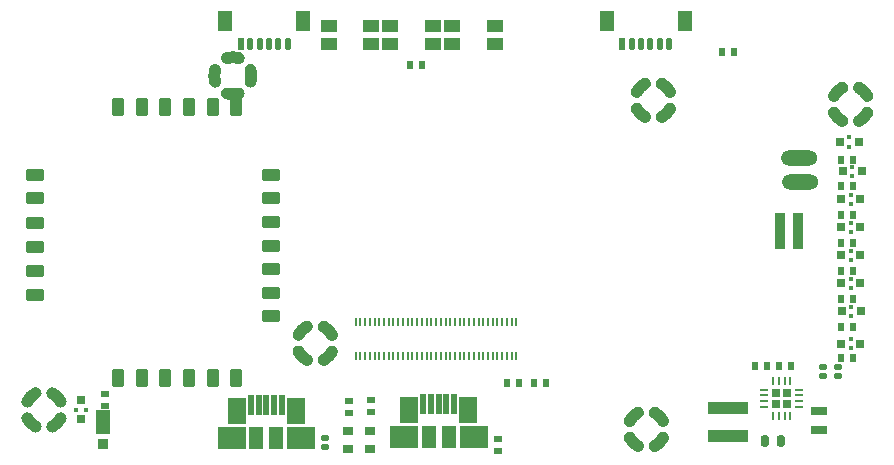
<source format=gbp>
G04 Layer_Color=128*
%FSLAX42Y42*%
%MOMM*%
G71*
G01*
G75*
%ADD31C,1.00*%
%ADD100R,0.56X0.66*%
G04:AMPARAMS|DCode=101|XSize=0.56mm|YSize=0.66mm|CornerRadius=0.15mm|HoleSize=0mm|Usage=FLASHONLY|Rotation=270.000|XOffset=0mm|YOffset=0mm|HoleType=Round|Shape=RoundedRectangle|*
%AMROUNDEDRECTD101*
21,1,0.56,0.36,0,0,270.0*
21,1,0.25,0.66,0,0,270.0*
1,1,0.30,-0.18,-0.13*
1,1,0.30,-0.18,0.13*
1,1,0.30,0.18,0.13*
1,1,0.30,0.18,-0.13*
%
%ADD101ROUNDEDRECTD101*%
%ADD108R,0.46X0.46*%
%ADD112R,0.46X0.46*%
%ADD115R,3.45X1.03*%
G04:AMPARAMS|DCode=119|XSize=1.55mm|YSize=1.07mm|CornerRadius=0.28mm|HoleSize=0mm|Usage=FLASHONLY|Rotation=180.000|XOffset=0mm|YOffset=0mm|HoleType=Round|Shape=RoundedRectangle|*
%AMROUNDEDRECTD119*
21,1,1.55,0.51,0,0,180.0*
21,1,0.99,1.07,0,0,180.0*
1,1,0.56,-0.50,0.25*
1,1,0.56,0.50,0.25*
1,1,0.56,0.50,-0.25*
1,1,0.56,-0.50,-0.25*
%
%ADD119ROUNDEDRECTD119*%
G04:AMPARAMS|DCode=120|XSize=1.55mm|YSize=1.07mm|CornerRadius=0.28mm|HoleSize=0mm|Usage=FLASHONLY|Rotation=90.000|XOffset=0mm|YOffset=0mm|HoleType=Round|Shape=RoundedRectangle|*
%AMROUNDEDRECTD120*
21,1,1.55,0.51,0,0,90.0*
21,1,0.99,1.07,0,0,90.0*
1,1,0.56,0.25,0.50*
1,1,0.56,0.25,-0.50*
1,1,0.56,-0.25,-0.50*
1,1,0.56,-0.25,0.50*
%
%ADD120ROUNDEDRECTD120*%
%ADD122R,0.81X3.07*%
%ADD123R,1.24X1.96*%
%ADD124R,2.44X1.96*%
%ADD125R,1.55X2.16*%
%ADD126R,0.51X1.75*%
%ADD127R,0.86X0.86*%
%ADD128R,1.17X2.06*%
%ADD129R,0.66X0.66*%
%ADD130R,1.25X1.75*%
%ADD131R,0.55X1.05*%
G04:AMPARAMS|DCode=132|XSize=0.55mm|YSize=1.05mm|CornerRadius=0.28mm|HoleSize=0mm|Usage=FLASHONLY|Rotation=180.000|XOffset=0mm|YOffset=0mm|HoleType=Round|Shape=RoundedRectangle|*
%AMROUNDEDRECTD132*
21,1,0.55,0.50,0,0,180.0*
21,1,0.00,1.05,0,0,180.0*
1,1,0.55,0.00,0.25*
1,1,0.55,0.00,0.25*
1,1,0.55,0.00,-0.25*
1,1,0.55,0.00,-0.25*
%
%ADD132ROUNDEDRECTD132*%
G04:AMPARAMS|DCode=133|XSize=3.07mm|YSize=1.32mm|CornerRadius=0.66mm|HoleSize=0mm|Usage=FLASHONLY|Rotation=0.000|XOffset=0mm|YOffset=0mm|HoleType=Round|Shape=RoundedRectangle|*
%AMROUNDEDRECTD133*
21,1,3.07,0.00,0,0,0.0*
21,1,1.75,1.32,0,0,0.0*
1,1,1.32,0.88,0.00*
1,1,1.32,-0.88,0.00*
1,1,1.32,-0.88,0.00*
1,1,1.32,0.88,0.00*
%
%ADD133ROUNDEDRECTD133*%
%ADD135R,1.47X1.12*%
%ADD136R,0.25X0.76*%
%ADD137R,0.97X0.66*%
%ADD138R,0.66X0.56*%
%ADD139R,0.66X0.66*%
%ADD144R,0.70X0.70*%
%ADD145R,0.70X0.70*%
%ADD146O,0.80X0.23*%
%ADD147O,0.23X0.80*%
G04:AMPARAMS|DCode=148|XSize=0.76mm|YSize=1.37mm|CornerRadius=0.2mm|HoleSize=0mm|Usage=FLASHONLY|Rotation=270.000|XOffset=0mm|YOffset=0mm|HoleType=Round|Shape=RoundedRectangle|*
%AMROUNDEDRECTD148*
21,1,0.76,0.97,0,0,270.0*
21,1,0.36,1.37,0,0,270.0*
1,1,0.41,-0.48,-0.18*
1,1,0.41,-0.48,0.18*
1,1,0.41,0.48,0.18*
1,1,0.41,0.48,-0.18*
%
%ADD148ROUNDEDRECTD148*%
G04:AMPARAMS|DCode=149|XSize=0.66mm|YSize=0.97mm|CornerRadius=0.18mm|HoleSize=0mm|Usage=FLASHONLY|Rotation=0.000|XOffset=0mm|YOffset=0mm|HoleType=Round|Shape=RoundedRectangle|*
%AMROUNDEDRECTD149*
21,1,0.66,0.61,0,0,0.0*
21,1,0.30,0.97,0,0,0.0*
1,1,0.36,0.15,-0.30*
1,1,0.36,-0.15,-0.30*
1,1,0.36,-0.15,0.30*
1,1,0.36,0.15,0.30*
%
%ADD149ROUNDEDRECTD149*%
D31*
X8772Y2645D02*
G03*
X8843Y2716I-71J141D01*
G01*
X8560D02*
G03*
X8631Y2645I141J71D01*
G01*
Y2928D02*
G03*
X8560Y2857I71J-141D01*
G01*
X8843D02*
G03*
X8772Y2928I-141J-71D01*
G01*
X8902Y5643D02*
G03*
X8831Y5714I-141J-71D01*
G01*
X8690D02*
G03*
X8619Y5643I71J-141D01*
G01*
Y5502D02*
G03*
X8690Y5431I141J71D01*
G01*
X8831D02*
G03*
X8902Y5502I-71J141D01*
G01*
X6039Y3586D02*
G03*
X5969Y3657I-141J-71D01*
G01*
Y3374D02*
G03*
X6039Y3445I-71J141D01*
G01*
X5756D02*
G03*
X5827Y3374I141J71D01*
G01*
Y3657D02*
G03*
X5756Y3586I71J-141D01*
G01*
X10572Y5609D02*
G03*
X10501Y5680I-141J-71D01*
G01*
X10360D02*
G03*
X10289Y5609I71J-141D01*
G01*
Y5468D02*
G03*
X10360Y5397I141J71D01*
G01*
X10501D02*
G03*
X10572Y5468I-71J141D01*
G01*
X3671Y2810D02*
G03*
X3742Y2881I-71J141D01*
G01*
X3459D02*
G03*
X3530Y2810I141J71D01*
G01*
Y3093D02*
G03*
X3459Y3022I71J-141D01*
G01*
X3742D02*
G03*
X3671Y3093I-141J-71D01*
G01*
X5350Y5730D02*
G03*
X5350Y5830I-150J50D01*
G01*
X5250Y5930D02*
G03*
X5150Y5930I-50J-150D01*
G01*
X5050Y5830D02*
G03*
X5050Y5730I150J-50D01*
G01*
X5150Y5630D02*
G03*
X5250Y5630I50J150D01*
G01*
D100*
X10448Y3888D02*
D03*
X10347D02*
D03*
X6699Y5875D02*
D03*
X6800D02*
D03*
X9925Y3320D02*
D03*
X9824D02*
D03*
X9722D02*
D03*
X9621D02*
D03*
X7520Y3179D02*
D03*
X7620D02*
D03*
X7753D02*
D03*
X7854D02*
D03*
X10448Y3389D02*
D03*
X10347D02*
D03*
X10448Y4125D02*
D03*
X10347D02*
D03*
X10451Y3650D02*
D03*
X10350D02*
D03*
X10451Y5070D02*
D03*
X10350D02*
D03*
X9443Y5982D02*
D03*
X9342D02*
D03*
X10448Y4599D02*
D03*
X10347D02*
D03*
X10451Y4850D02*
D03*
X10350D02*
D03*
X10448Y4362D02*
D03*
X10347D02*
D03*
D101*
X10322Y3315D02*
D03*
Y3235D02*
D03*
X10198Y3317D02*
D03*
Y3237D02*
D03*
X5984Y2717D02*
D03*
Y2637D02*
D03*
D108*
X10434Y4538D02*
D03*
Y4457D02*
D03*
Y3983D02*
D03*
Y4064D02*
D03*
Y3474D02*
D03*
Y3554D02*
D03*
X10436Y3827D02*
D03*
Y3746D02*
D03*
X10421Y5181D02*
D03*
Y5261D02*
D03*
X10434Y4301D02*
D03*
Y4220D02*
D03*
Y4775D02*
D03*
Y4694D02*
D03*
X10446Y4931D02*
D03*
Y5012D02*
D03*
D112*
X3873Y2954D02*
D03*
X3954D02*
D03*
D115*
X9395Y2969D02*
D03*
Y2732D02*
D03*
D119*
X5521Y4544D02*
D03*
Y4744D02*
D03*
Y4944D02*
D03*
Y4343D02*
D03*
Y4143D02*
D03*
Y3942D02*
D03*
Y3744D02*
D03*
X3521Y4334D02*
D03*
Y4534D02*
D03*
Y4744D02*
D03*
Y4944D02*
D03*
Y4124D02*
D03*
Y3924D02*
D03*
D120*
X5228Y5519D02*
D03*
X5028D02*
D03*
X4828D02*
D03*
X4628D02*
D03*
X4427D02*
D03*
X4227D02*
D03*
X5228Y3219D02*
D03*
X5028D02*
D03*
X4828D02*
D03*
X4628D02*
D03*
X4427D02*
D03*
X4227D02*
D03*
D122*
X9984Y4466D02*
D03*
X9833D02*
D03*
D123*
X7026Y2720D02*
D03*
X6858D02*
D03*
X5568Y2713D02*
D03*
X5400D02*
D03*
D124*
X6647Y2720D02*
D03*
X7239D02*
D03*
X5189Y2713D02*
D03*
X5781D02*
D03*
D125*
X6692Y2951D02*
D03*
X7193D02*
D03*
X5234Y2944D02*
D03*
X5735D02*
D03*
D126*
X7074Y3002D02*
D03*
X6812D02*
D03*
X6877D02*
D03*
X7008D02*
D03*
X6942D02*
D03*
X5616Y2995D02*
D03*
X5354D02*
D03*
X5419D02*
D03*
X5550D02*
D03*
X5484D02*
D03*
D127*
X4104Y2662D02*
D03*
D128*
Y2853D02*
D03*
D129*
X10352Y4497D02*
D03*
X10514D02*
D03*
Y4023D02*
D03*
X10352D02*
D03*
X10514Y3513D02*
D03*
X10352D02*
D03*
X10355Y3786D02*
D03*
X10516D02*
D03*
X10501Y5221D02*
D03*
X10340D02*
D03*
X10352Y4260D02*
D03*
X10514D02*
D03*
X10352Y4734D02*
D03*
X10514D02*
D03*
X10526Y4971D02*
D03*
X10365D02*
D03*
D130*
X5136Y6245D02*
D03*
X5796D02*
D03*
X8366D02*
D03*
X9026D02*
D03*
D131*
X5266Y6050D02*
D03*
X8496D02*
D03*
D132*
X5346D02*
D03*
X5426D02*
D03*
X5506D02*
D03*
X5586D02*
D03*
X5666D02*
D03*
X8576D02*
D03*
X8656D02*
D03*
X8736D02*
D03*
X8816D02*
D03*
X8896D02*
D03*
D133*
X10000Y4880D02*
D03*
X9990Y5088D02*
D03*
D135*
X6370Y6199D02*
D03*
X6010D02*
D03*
X6370Y6053D02*
D03*
X6010D02*
D03*
X7417Y6199D02*
D03*
X7056D02*
D03*
X7417Y6053D02*
D03*
X7056D02*
D03*
X6894Y6199D02*
D03*
X6533D02*
D03*
X6894Y6053D02*
D03*
X6533D02*
D03*
D136*
X6240Y3693D02*
D03*
X6280D02*
D03*
X6320D02*
D03*
X6360D02*
D03*
X6400D02*
D03*
X6440D02*
D03*
X6480D02*
D03*
X6520D02*
D03*
X6560D02*
D03*
X6600D02*
D03*
X6640D02*
D03*
X6681D02*
D03*
X6721D02*
D03*
X6762D02*
D03*
X6800D02*
D03*
X6841D02*
D03*
X6881D02*
D03*
X6922D02*
D03*
X6960D02*
D03*
X7001D02*
D03*
X7041D02*
D03*
X7082D02*
D03*
X7120D02*
D03*
X7161D02*
D03*
X7201D02*
D03*
X7242D02*
D03*
X7280D02*
D03*
X7321D02*
D03*
X7361D02*
D03*
X7402D02*
D03*
X7440D02*
D03*
X7481D02*
D03*
X7521D02*
D03*
X7562D02*
D03*
X7600D02*
D03*
X6240Y3411D02*
D03*
X6280D02*
D03*
X6320D02*
D03*
X6360D02*
D03*
X6400D02*
D03*
X6440D02*
D03*
X6480D02*
D03*
X6520D02*
D03*
X6560D02*
D03*
X6600D02*
D03*
X6640D02*
D03*
X6681D02*
D03*
X6721D02*
D03*
X6762D02*
D03*
X6800D02*
D03*
X6841D02*
D03*
X6881D02*
D03*
X6922D02*
D03*
X6960D02*
D03*
X7001D02*
D03*
X7041D02*
D03*
X7082D02*
D03*
X7120D02*
D03*
X7161D02*
D03*
X7201D02*
D03*
X7242D02*
D03*
X7280D02*
D03*
X7321D02*
D03*
X7361D02*
D03*
X7402D02*
D03*
X7440D02*
D03*
X7481D02*
D03*
X7521D02*
D03*
X7562D02*
D03*
X7600D02*
D03*
D137*
X6358Y2774D02*
D03*
Y2622D02*
D03*
X6175Y2771D02*
D03*
Y2620D02*
D03*
D138*
X7444Y2607D02*
D03*
Y2708D02*
D03*
X6180Y2927D02*
D03*
Y3028D02*
D03*
X6368Y2932D02*
D03*
Y3033D02*
D03*
X4114Y3086D02*
D03*
Y2985D02*
D03*
D139*
X3913Y2874D02*
D03*
Y3035D02*
D03*
D144*
X9801Y3004D02*
D03*
X9891Y3094D02*
D03*
D145*
X9801Y3094D02*
D03*
X9891Y3004D02*
D03*
D146*
X9699Y2974D02*
D03*
Y3024D02*
D03*
Y3074D02*
D03*
Y3124D02*
D03*
X9994D02*
D03*
Y3074D02*
D03*
Y3024D02*
D03*
Y2974D02*
D03*
D147*
X9771Y3196D02*
D03*
X9821D02*
D03*
X9871D02*
D03*
X9921D02*
D03*
Y2901D02*
D03*
X9871D02*
D03*
X9821D02*
D03*
X9771D02*
D03*
D148*
X10165Y2943D02*
D03*
Y2783D02*
D03*
D149*
X9843Y2685D02*
D03*
X9703D02*
D03*
M02*

</source>
